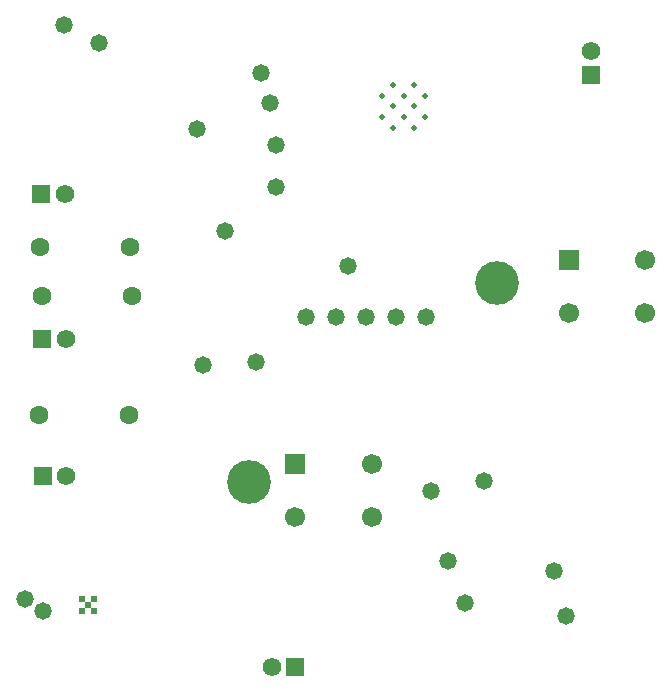
<source format=gbs>
G04*
G04 #@! TF.GenerationSoftware,Altium Limited,Altium Designer,20.1.14 (287)*
G04*
G04 Layer_Color=16711935*
%FSLAX44Y44*%
%MOMM*%
G71*
G04*
G04 #@! TF.SameCoordinates,6EDE4AF6-213E-4635-A875-022B84C130C8*
G04*
G04*
G04 #@! TF.FilePolarity,Negative*
G04*
G01*
G75*
%ADD52C,0.6032*%
%ADD53C,0.5032*%
%ADD54C,1.5712*%
%ADD55R,1.5712X1.5712*%
%ADD56C,1.7012*%
%ADD57R,1.7012X1.7012*%
%ADD58C,1.6032*%
%ADD59R,1.5712X1.5712*%
%ADD60C,1.4732*%
%ADD61C,3.7032*%
D52*
X148590Y74770D02*
D03*
X158590D02*
D03*
X148590Y64770D02*
D03*
X153590Y69770D02*
D03*
X158590Y64770D02*
D03*
D53*
X429737Y473840D02*
D03*
X411387D02*
D03*
X438912Y483015D02*
D03*
X420562D02*
D03*
X402212D02*
D03*
X429737Y492190D02*
D03*
X411387D02*
D03*
X438912Y501365D02*
D03*
X420562D02*
D03*
X402212D02*
D03*
X429737Y510540D02*
D03*
X411387D02*
D03*
D54*
X134300Y295148D02*
D03*
X308770Y17360D02*
D03*
X579374Y539176D02*
D03*
X134968Y178982D02*
D03*
X133698Y417742D02*
D03*
D55*
X114300Y295148D02*
D03*
X328770Y17360D02*
D03*
X114968Y178982D02*
D03*
X113698Y417742D02*
D03*
D56*
X393930Y189780D02*
D03*
Y144780D02*
D03*
X328930D02*
D03*
X560324Y316950D02*
D03*
X625324D02*
D03*
Y361950D02*
D03*
D57*
X328930Y189780D02*
D03*
X560324Y361950D02*
D03*
D58*
X113030Y373380D02*
D03*
X189230D02*
D03*
X111760Y231140D02*
D03*
X187960D02*
D03*
X114300Y331470D02*
D03*
X190500D02*
D03*
D59*
X579374Y519176D02*
D03*
D60*
X295148Y275844D02*
D03*
X458216Y106934D02*
D03*
X472186Y72136D02*
D03*
X337566Y314198D02*
D03*
X362966Y314200D02*
D03*
X388370Y314198D02*
D03*
X413770Y314200D02*
D03*
X439170D02*
D03*
X488950Y175260D02*
D03*
X373412Y356870D02*
D03*
X312420Y424180D02*
D03*
X115480Y64820D02*
D03*
X307340Y495300D02*
D03*
X245618Y472948D02*
D03*
X312166Y459232D02*
D03*
X162560Y546100D02*
D03*
X299720Y520700D02*
D03*
X133350Y561340D02*
D03*
X547878Y98806D02*
D03*
X269026Y386334D02*
D03*
X250444Y273050D02*
D03*
X443992Y166370D02*
D03*
X99732Y75488D02*
D03*
X558292Y60960D02*
D03*
D61*
X289306Y173990D02*
D03*
X499364Y342646D02*
D03*
M02*

</source>
